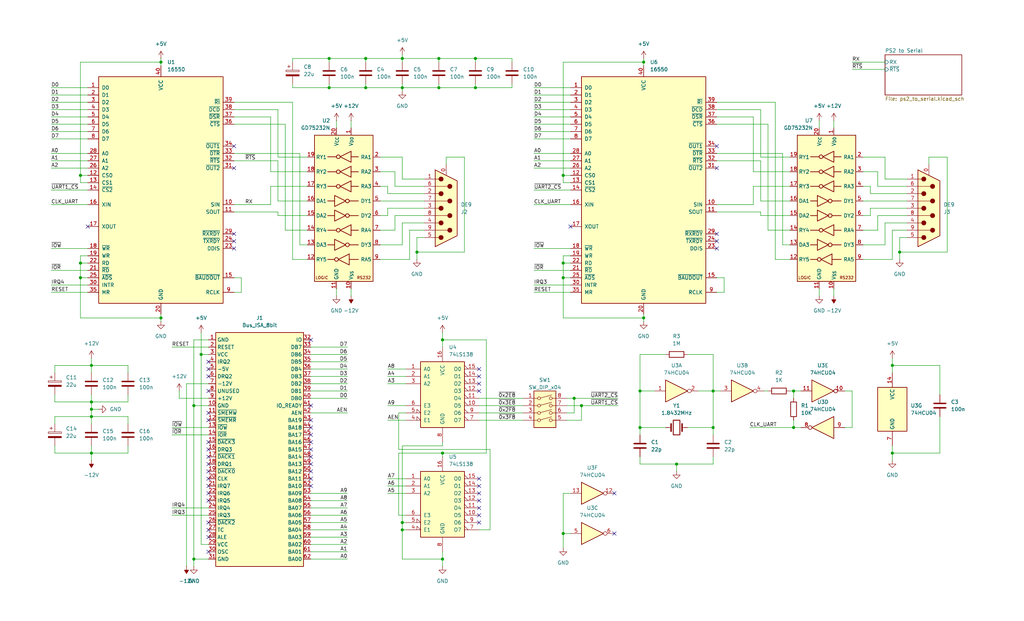
<source format=kicad_sch>
(kicad_sch (version 20231120) (generator "eeschema") (generator_version "8.0")
  (paper "USLegal")
  (title_block (title "COMpagne Supernova") (date "2024-08-18") (rev "1") (company "Surreality Labs"))
  (junction (at 152.4 30.48))
  (junction (at 195.58 91.44))
  (junction (at 165.1 30.48))
  (junction (at 127 30.48))
  (junction (at 114.3 20.32))
  (junction (at 223.52 110.49))
  (junction (at 165.1 20.32))
  (junction (at 195.58 96.52))
  (junction (at 144.78 87.63))
  (junction (at 247.65 148.59))
  (junction (at 31.75 157.48))
  (junction (at 127 20.32))
  (junction (at 153.67 194.31))
  (junction (at 234.95 161.29))
  (junction (at 27.94 96.52))
  (junction (at 31.75 142.24))
  (junction (at 275.59 135.89))
  (junction (at 27.94 60.96))
  (junction (at 55.88 110.49))
  (junction (at 27.94 91.44))
  (junction (at 195.58 60.96))
  (junction (at 309.88 127))
  (junction (at 139.7 184.15))
  (junction (at 201.93 140.97))
  (junction (at 247.65 135.89))
  (junction (at 31.75 144.78))
  (junction (at 275.59 148.59))
  (junction (at 153.67 157.48))
  (junction (at 223.52 21.59))
  (junction (at 55.88 21.59))
  (junction (at 139.7 20.32))
  (junction (at 222.25 135.89))
  (junction (at 114.3 30.48))
  (junction (at 222.25 148.59))
  (junction (at 199.39 138.43))
  (junction (at 67.31 140.97))
  (junction (at 67.31 194.31))
  (junction (at 153.67 118.11))
  (junction (at 31.75 127))
  (junction (at 309.88 157.48))
  (junction (at 31.75 139.7))
  (junction (at 139.7 181.61))
  (junction (at 139.7 30.48))
  (junction (at 152.4 20.32))
  (junction (at 312.42 87.63))
  (junction (at 69.85 123.19))
  (junction (at 195.58 185.42))
  (no_connect (at 248.92 81.28))
  (no_connect (at 248.92 83.82))
  (no_connect (at 72.39 153.67))
  (no_connect (at 107.95 158.75))
  (no_connect (at 166.37 176.53))
  (no_connect (at 81.28 81.28))
  (no_connect (at 72.39 143.51))
  (no_connect (at 72.39 184.15))
  (no_connect (at 198.12 78.74))
  (no_connect (at 72.39 191.77))
  (no_connect (at 166.37 135.89))
  (no_connect (at 81.28 83.82))
  (no_connect (at 72.39 168.91))
  (no_connect (at 72.39 161.29))
  (no_connect (at 107.95 140.97))
  (no_connect (at 72.39 128.27))
  (no_connect (at 166.37 133.35))
  (no_connect (at 107.95 118.11))
  (no_connect (at 166.37 128.27))
  (no_connect (at 166.37 173.99))
  (no_connect (at 72.39 163.83))
  (no_connect (at 107.95 168.91))
  (no_connect (at 166.37 166.37))
  (no_connect (at 81.28 58.42))
  (no_connect (at 72.39 125.73))
  (no_connect (at 166.37 130.81))
  (no_connect (at 72.39 166.37))
  (no_connect (at 166.37 171.45))
  (no_connect (at 72.39 186.69))
  (no_connect (at 213.36 171.45))
  (no_connect (at 72.39 135.89))
  (no_connect (at 30.48 78.74))
  (no_connect (at 248.92 50.8))
  (no_connect (at 72.39 181.61))
  (no_connect (at 107.95 148.59))
  (no_connect (at 166.37 179.07))
  (no_connect (at 107.95 153.67))
  (no_connect (at 81.28 50.8))
  (no_connect (at 107.95 166.37))
  (no_connect (at 166.37 181.61))
  (no_connect (at 248.92 58.42))
  (no_connect (at 107.95 146.05))
  (no_connect (at 107.95 156.21))
  (no_connect (at 213.36 185.42))
  (no_connect (at 72.39 158.75))
  (no_connect (at 72.39 146.05))
  (no_connect (at 107.95 151.13))
  (no_connect (at 72.39 173.99))
  (no_connect (at 107.95 161.29))
  (no_connect (at 107.95 163.83))
  (no_connect (at 81.28 86.36))
  (no_connect (at 72.39 156.21))
  (no_connect (at 72.39 130.81))
  (no_connect (at 248.92 86.36))
  (no_connect (at 166.37 168.91))
  (no_connect (at 72.39 171.45))
  (wire (pts (xy 195.58 96.52) (xy 198.12 96.52)))
  (wire (pts (xy 274.32 59.69) (xy 261.62 59.69)))
  (wire (pts (xy 304.8 74.93) (xy 304.8 80.01)))
  (wire (pts (xy 152.4 30.48) (xy 165.1 30.48)))
  (wire (pts (xy 138.43 157.48) (xy 153.67 157.48)))
  (wire (pts (xy 314.96 77.47) (xy 307.34 77.47)))
  (wire (pts (xy 101.6 20.32) (xy 114.3 20.32)))
  (wire (pts (xy 185.42 93.98) (xy 198.12 93.98)))
  (wire (pts (xy 31.75 127) (xy 44.45 127)))
  (wire (pts (xy 231.14 123.19) (xy 222.25 123.19)))
  (wire (pts (xy 27.94 21.59) (xy 27.94 60.96)))
  (wire (pts (xy 247.65 135.89) (xy 250.19 135.89)))
  (wire (pts (xy 147.32 72.39) (xy 134.62 72.39)))
  (wire (pts (xy 139.7 30.48) (xy 152.4 30.48)))
  (wire (pts (xy 132.08 59.69) (xy 137.16 59.69)))
  (wire (pts (xy 223.52 110.49) (xy 195.58 110.49)))
  (wire (pts (xy 199.39 138.43) (xy 199.39 143.51)))
  (wire (pts (xy 234.95 161.29) (xy 222.25 161.29)))
  (wire (pts (xy 309.88 124.46) (xy 309.88 127)))
  (wire (pts (xy 139.7 181.61) (xy 139.7 184.15)))
  (wire (pts (xy 274.32 85.09) (xy 271.78 85.09)))
  (wire (pts (xy 17.78 38.1) (xy 30.48 38.1)))
  (wire (pts (xy 83.82 96.52) (xy 83.82 101.6)))
  (wire (pts (xy 299.72 90.17) (xy 309.88 90.17)))
  (wire (pts (xy 309.88 154.94) (xy 309.88 157.48)))
  (wire (pts (xy 165.1 20.32) (xy 177.8 20.32)))
  (wire (pts (xy 116.84 41.91) (xy 116.84 44.45)))
  (wire (pts (xy 104.14 85.09) (xy 104.14 53.34)))
  (wire (pts (xy 140.97 143.51) (xy 138.43 143.51)))
  (wire (pts (xy 222.25 148.59) (xy 222.25 135.89)))
  (wire (pts (xy 139.7 20.32) (xy 152.4 20.32)))
  (wire (pts (xy 30.48 63.5) (xy 27.94 63.5)))
  (wire (pts (xy 17.78 40.64) (xy 30.48 40.64)))
  (wire (pts (xy 59.69 179.07) (xy 72.39 179.07)))
  (wire (pts (xy 195.58 91.44) (xy 195.58 88.9)))
  (wire (pts (xy 59.69 120.65) (xy 72.39 120.65)))
  (wire (pts (xy 44.45 154.94) (xy 44.45 157.48)))
  (wire (pts (xy 185.42 53.34) (xy 198.12 53.34)))
  (wire (pts (xy 139.7 77.47) (xy 139.7 85.09)))
  (wire (pts (xy 152.4 20.32) (xy 152.4 21.59)))
  (wire (pts (xy 107.95 171.45) (xy 120.65 171.45)))
  (wire (pts (xy 238.76 148.59) (xy 247.65 148.59)))
  (wire (pts (xy 120.65 133.35) (xy 107.95 133.35)))
  (wire (pts (xy 247.65 123.19) (xy 247.65 135.89)))
  (wire (pts (xy 106.68 54.61) (xy 96.52 54.61)))
  (wire (pts (xy 55.88 109.22) (xy 55.88 110.49)))
  (wire (pts (xy 106.68 69.85) (xy 96.52 69.85)))
  (wire (pts (xy 314.96 82.55) (xy 312.42 82.55)))
  (wire (pts (xy 248.92 73.66) (xy 264.16 73.66)))
  (wire (pts (xy 201.93 140.97) (xy 214.63 140.97)))
  (wire (pts (xy 144.78 87.63) (xy 161.29 87.63)))
  (wire (pts (xy 185.42 66.04) (xy 198.12 66.04)))
  (wire (pts (xy 139.7 194.31) (xy 153.67 194.31)))
  (wire (pts (xy 222.25 148.59) (xy 222.25 151.13)))
  (wire (pts (xy 274.32 135.89) (xy 275.59 135.89)))
  (wire (pts (xy 139.7 30.48) (xy 139.7 31.75)))
  (wire (pts (xy 137.16 59.69) (xy 137.16 64.77)))
  (wire (pts (xy 96.52 69.85) (xy 96.52 55.88)))
  (wire (pts (xy 302.26 72.39) (xy 302.26 74.93)))
  (wire (pts (xy 170.18 156.21) (xy 138.43 156.21)))
  (wire (pts (xy 199.39 138.43) (xy 214.63 138.43)))
  (wire (pts (xy 101.6 21.59) (xy 101.6 20.32)))
  (wire (pts (xy 69.85 189.23) (xy 69.85 123.19)))
  (wire (pts (xy 139.7 181.61) (xy 140.97 181.61)))
  (wire (pts (xy 185.42 35.56) (xy 198.12 35.56)))
  (wire (pts (xy 223.52 110.49) (xy 223.52 111.76)))
  (wire (pts (xy 81.28 53.34) (xy 104.14 53.34)))
  (wire (pts (xy 101.6 30.48) (xy 114.3 30.48)))
  (wire (pts (xy 17.78 58.42) (xy 30.48 58.42)))
  (wire (pts (xy 231.14 148.59) (xy 222.25 148.59)))
  (wire (pts (xy 134.62 133.35) (xy 140.97 133.35)))
  (wire (pts (xy 166.37 146.05) (xy 181.61 146.05)))
  (wire (pts (xy 142.24 80.01) (xy 147.32 80.01)))
  (wire (pts (xy 27.94 91.44) (xy 30.48 91.44)))
  (wire (pts (xy 312.42 82.55) (xy 312.42 87.63)))
  (wire (pts (xy 153.67 194.31) (xy 153.67 196.85)))
  (wire (pts (xy 140.97 179.07) (xy 138.43 179.07)))
  (wire (pts (xy 275.59 148.59) (xy 275.59 146.05)))
  (wire (pts (xy 242.57 135.89) (xy 247.65 135.89)))
  (wire (pts (xy 132.08 90.17) (xy 142.24 90.17)))
  (wire (pts (xy 106.68 74.93) (xy 96.52 74.93)))
  (wire (pts (xy 17.78 99.06) (xy 30.48 99.06)))
  (wire (pts (xy 134.62 128.27) (xy 140.97 128.27)))
  (wire (pts (xy 223.52 20.32) (xy 223.52 21.59)))
  (wire (pts (xy 223.52 109.22) (xy 223.52 110.49)))
  (wire (pts (xy 247.65 148.59) (xy 247.65 135.89)))
  (wire (pts (xy 120.65 123.19) (xy 107.95 123.19)))
  (wire (pts (xy 185.42 33.02) (xy 198.12 33.02)))
  (wire (pts (xy 106.68 90.17) (xy 101.6 90.17)))
  (wire (pts (xy 295.91 24.13) (xy 307.34 24.13)))
  (wire (pts (xy 134.62 72.39) (xy 134.62 74.93)))
  (wire (pts (xy 223.52 21.59) (xy 195.58 21.59)))
  (wire (pts (xy 144.78 87.63) (xy 144.78 90.17)))
  (wire (pts (xy 17.78 101.6) (xy 30.48 101.6)))
  (wire (pts (xy 326.39 157.48) (xy 326.39 144.78)))
  (wire (pts (xy 153.67 115.57) (xy 153.67 118.11)))
  (wire (pts (xy 17.78 48.26) (xy 30.48 48.26)))
  (wire (pts (xy 101.6 29.21) (xy 101.6 30.48)))
  (wire (pts (xy 166.37 143.51) (xy 181.61 143.51)))
  (wire (pts (xy 31.75 144.78) (xy 31.75 147.32)))
  (wire (pts (xy 17.78 33.02) (xy 30.48 33.02)))
  (wire (pts (xy 234.95 161.29) (xy 247.65 161.29)))
  (wire (pts (xy 153.67 158.75) (xy 153.67 157.48)))
  (wire (pts (xy 27.94 96.52) (xy 30.48 96.52)))
  (wire (pts (xy 328.93 87.63) (xy 328.93 54.61)))
  (wire (pts (xy 309.88 80.01) (xy 314.96 80.01)))
  (wire (pts (xy 185.42 43.18) (xy 198.12 43.18)))
  (wire (pts (xy 134.62 146.05) (xy 140.97 146.05)))
  (wire (pts (xy 147.32 74.93) (xy 137.16 74.93)))
  (wire (pts (xy 264.16 69.85) (xy 264.16 55.88)))
  (wire (pts (xy 127 20.32) (xy 139.7 20.32)))
  (wire (pts (xy 17.78 66.04) (xy 30.48 66.04)))
  (wire (pts (xy 72.39 118.11) (xy 67.31 118.11)))
  (wire (pts (xy 107.95 179.07) (xy 120.65 179.07)))
  (wire (pts (xy 127 20.32) (xy 127 21.59)))
  (wire (pts (xy 195.58 91.44) (xy 198.12 91.44)))
  (wire (pts (xy 19.05 139.7) (xy 31.75 139.7)))
  (wire (pts (xy 116.84 100.33) (xy 116.84 102.87)))
  (wire (pts (xy 185.42 40.64) (xy 198.12 40.64)))
  (wire (pts (xy 154.94 54.61) (xy 154.94 57.15)))
  (wire (pts (xy 107.95 186.69) (xy 120.65 186.69)))
  (wire (pts (xy 17.78 35.56) (xy 30.48 35.56)))
  (wire (pts (xy 101.6 90.17) (xy 101.6 35.56)))
  (wire (pts (xy 134.62 67.31) (xy 134.62 64.77)))
  (wire (pts (xy 312.42 87.63) (xy 312.42 90.17)))
  (wire (pts (xy 314.96 67.31) (xy 302.26 67.31)))
  (wire (pts (xy 44.45 137.16) (xy 44.45 139.7)))
  (wire (pts (xy 289.56 100.33) (xy 289.56 102.87)))
  (wire (pts (xy 147.32 82.55) (xy 144.78 82.55)))
  (wire (pts (xy 31.75 144.78) (xy 44.45 144.78)))
  (wire (pts (xy 121.92 41.91) (xy 121.92 44.45)))
  (wire (pts (xy 269.24 90.17) (xy 269.24 35.56)))
  (wire (pts (xy 295.91 148.59) (xy 293.37 148.59)))
  (wire (pts (xy 274.32 90.17) (xy 269.24 90.17)))
  (wire (pts (xy 295.91 21.59) (xy 307.34 21.59)))
  (wire (pts (xy 142.24 90.17) (xy 142.24 80.01)))
  (wire (pts (xy 198.12 171.45) (xy 195.58 171.45)))
  (wire (pts (xy 199.39 143.51) (xy 196.85 143.51)))
  (wire (pts (xy 185.42 55.88) (xy 198.12 55.88)))
  (wire (pts (xy 17.78 86.36) (xy 30.48 86.36)))
  (wire (pts (xy 195.58 60.96) (xy 198.12 60.96)))
  (wire (pts (xy 153.67 153.67) (xy 153.67 154.94)))
  (wire (pts (xy 166.37 138.43) (xy 181.61 138.43)))
  (wire (pts (xy 107.95 143.51) (xy 120.65 143.51)))
  (wire (pts (xy 44.45 127) (xy 44.45 129.54)))
  (wire (pts (xy 251.46 101.6) (xy 248.92 101.6)))
  (wire (pts (xy 274.32 69.85) (xy 264.16 69.85)))
  (wire (pts (xy 120.65 135.89) (xy 107.95 135.89)))
  (wire (pts (xy 147.32 62.23) (xy 139.7 62.23)))
  (wire (pts (xy 275.59 135.89) (xy 278.13 135.89)))
  (wire (pts (xy 314.96 62.23) (xy 307.34 62.23)))
  (wire (pts (xy 62.23 135.89) (xy 62.23 138.43)))
  (wire (pts (xy 134.62 168.91) (xy 140.97 168.91)))
  (wire (pts (xy 93.98 64.77) (xy 93.98 71.12)))
  (wire (pts (xy 289.56 41.91) (xy 289.56 44.45)))
  (wire (pts (xy 134.62 140.97) (xy 140.97 140.97)))
  (wire (pts (xy 67.31 140.97) (xy 72.39 140.97)))
  (wire (pts (xy 274.32 54.61) (xy 264.16 54.61)))
  (wire (pts (xy 139.7 184.15) (xy 140.97 184.15)))
  (wire (pts (xy 101.6 35.56) (xy 81.28 35.56)))
  (wire (pts (xy 19.05 137.16) (xy 19.05 139.7)))
  (wire (pts (xy 121.92 100.33) (xy 121.92 102.87)))
  (wire (pts (xy 19.05 129.54) (xy 19.05 127)))
  (wire (pts (xy 55.88 21.59) (xy 27.94 21.59)))
  (wire (pts (xy 266.7 80.01) (xy 266.7 43.18)))
  (wire (pts (xy 269.24 35.56) (xy 248.92 35.56)))
  (wire (pts (xy 96.52 38.1) (xy 81.28 38.1)))
  (wire (pts (xy 107.95 184.15) (xy 120.65 184.15)))
  (wire (pts (xy 81.28 96.52) (xy 83.82 96.52)))
  (wire (pts (xy 195.58 88.9) (xy 198.12 88.9)))
  (wire (pts (xy 127 29.21) (xy 127 30.48)))
  (wire (pts (xy 139.7 54.61) (xy 132.08 54.61)))
  (wire (pts (xy 139.7 29.21) (xy 139.7 30.48)))
  (wire (pts (xy 278.13 148.59) (xy 275.59 148.59)))
  (wire (pts (xy 114.3 30.48) (xy 127 30.48)))
  (wire (pts (xy 93.98 71.12) (xy 81.28 71.12)))
  (wire (pts (xy 185.42 99.06) (xy 198.12 99.06)))
  (wire (pts (xy 261.62 64.77) (xy 261.62 71.12)))
  (wire (pts (xy 309.88 127) (xy 326.39 127)))
  (wire (pts (xy 107.95 176.53) (xy 120.65 176.53)))
  (wire (pts (xy 31.75 142.24) (xy 34.29 142.24)))
  (wire (pts (xy 185.42 71.12) (xy 198.12 71.12)))
  (wire (pts (xy 195.58 185.42) (xy 198.12 185.42)))
  (wire (pts (xy 106.68 59.69) (xy 93.98 59.69)))
  (wire (pts (xy 139.7 62.23) (xy 139.7 54.61)))
  (wire (pts (xy 284.48 41.91) (xy 284.48 44.45)))
  (wire (pts (xy 299.72 69.85) (xy 314.96 69.85)))
  (wire (pts (xy 264.16 55.88) (xy 248.92 55.88)))
  (wire (pts (xy 185.42 45.72) (xy 198.12 45.72)))
  (wire (pts (xy 127 30.48) (xy 139.7 30.48)))
  (wire (pts (xy 196.85 138.43) (xy 199.39 138.43)))
  (wire (pts (xy 59.69 151.13) (xy 72.39 151.13)))
  (wire (pts (xy 309.88 157.48) (xy 309.88 160.02)))
  (wire (pts (xy 67.31 140.97) (xy 67.31 194.31)))
  (wire (pts (xy 120.65 128.27) (xy 107.95 128.27)))
  (wire (pts (xy 144.78 82.55) (xy 144.78 87.63)))
  (wire (pts (xy 264.16 74.93) (xy 264.16 73.66)))
  (wire (pts (xy 185.42 48.26) (xy 198.12 48.26)))
  (wire (pts (xy 27.94 96.52) (xy 27.94 91.44)))
  (wire (pts (xy 27.94 63.5) (xy 27.94 60.96)))
  (wire (pts (xy 307.34 77.47) (xy 307.34 85.09)))
  (wire (pts (xy 134.62 171.45) (xy 140.97 171.45)))
  (wire (pts (xy 67.31 194.31) (xy 72.39 194.31)))
  (wire (pts (xy 106.68 85.09) (xy 104.14 85.09)))
  (wire (pts (xy 64.77 133.35) (xy 64.77 196.85)))
  (wire (pts (xy 185.42 58.42) (xy 198.12 58.42)))
  (wire (pts (xy 72.39 189.23) (xy 69.85 189.23)))
  (wire (pts (xy 312.42 87.63) (xy 328.93 87.63)))
  (wire (pts (xy 328.93 54.61) (xy 322.58 54.61)))
  (wire (pts (xy 17.78 53.34) (xy 30.48 53.34)))
  (wire (pts (xy 31.75 157.48) (xy 44.45 157.48)))
  (wire (pts (xy 166.37 184.15) (xy 170.18 184.15)))
  (wire (pts (xy 161.29 87.63) (xy 161.29 54.61)))
  (wire (pts (xy 17.78 93.98) (xy 30.48 93.98)))
  (wire (pts (xy 114.3 29.21) (xy 114.3 30.48)))
  (wire (pts (xy 166.37 140.97) (xy 181.61 140.97)))
  (wire (pts (xy 196.85 140.97) (xy 201.93 140.97)))
  (wire (pts (xy 185.42 86.36) (xy 198.12 86.36)))
  (wire (pts (xy 304.8 80.01) (xy 299.72 80.01)))
  (wire (pts (xy 284.48 100.33) (xy 284.48 102.87)))
  (wire (pts (xy 138.43 143.51) (xy 138.43 156.21)))
  (wire (pts (xy 261.62 71.12) (xy 248.92 71.12)))
  (wire (pts (xy 114.3 20.32) (xy 114.3 21.59)))
  (wire (pts (xy 134.62 64.77) (xy 132.08 64.77)))
  (wire (pts (xy 67.31 118.11) (xy 67.31 140.97)))
  (wire (pts (xy 260.35 148.59) (xy 275.59 148.59)))
  (wire (pts (xy 83.82 101.6) (xy 81.28 101.6)))
  (wire (pts (xy 93.98 40.64) (xy 93.98 59.69)))
  (wire (pts (xy 19.05 147.32) (xy 19.05 144.78)))
  (wire (pts (xy 147.32 77.47) (xy 139.7 77.47)))
  (wire (pts (xy 307.34 85.09) (xy 299.72 85.09)))
  (wire (pts (xy 31.75 139.7) (xy 44.45 139.7)))
  (wire (pts (xy 195.58 96.52) (xy 195.58 91.44)))
  (wire (pts (xy 185.42 30.48) (xy 198.12 30.48)))
  (wire (pts (xy 132.08 69.85) (xy 147.32 69.85)))
  (wire (pts (xy 195.58 185.42) (xy 195.58 190.5)))
  (wire (pts (xy 137.16 80.01) (xy 132.08 80.01)))
  (wire (pts (xy 137.16 64.77) (xy 147.32 64.77)))
  (wire (pts (xy 177.8 30.48) (xy 177.8 29.21)))
  (wire (pts (xy 265.43 135.89) (xy 266.7 135.89)))
  (wire (pts (xy 322.58 54.61) (xy 322.58 57.15)))
  (wire (pts (xy 120.65 120.65) (xy 107.95 120.65)))
  (wire (pts (xy 17.78 71.12) (xy 30.48 71.12)))
  (wire (pts (xy 198.12 63.5) (xy 195.58 63.5)))
  (wire (pts (xy 55.88 110.49) (xy 55.88 111.76)))
  (wire (pts (xy 81.28 73.66) (xy 96.52 73.66)))
  (wire (pts (xy 27.94 88.9) (xy 30.48 88.9)))
  (wire (pts (xy 31.75 127) (xy 31.75 129.54)))
  (wire (pts (xy 314.96 72.39) (xy 302.26 72.39)))
  (wire (pts (xy 293.37 135.89) (xy 295.91 135.89)))
  (wire (pts (xy 168.91 118.11) (xy 153.67 118.11)))
  (wire (pts (xy 326.39 127) (xy 326.39 137.16)))
  (wire (pts (xy 170.18 184.15) (xy 170.18 156.21)))
  (wire (pts (xy 309.88 90.17) (xy 309.88 80.01)))
  (wire (pts (xy 147.32 67.31) (xy 134.62 67.31)))
  (wire (pts (xy 31.75 139.7) (xy 31.75 142.24)))
  (wire (pts (xy 275.59 135.89) (xy 275.59 138.43)))
  (wire (pts (xy 271.78 85.09) (xy 271.78 53.34)))
  (wire (pts (xy 195.58 171.45) (xy 195.58 185.42)))
  (wire (pts (xy 223.52 21.59) (xy 223.52 22.86)))
  (wire (pts (xy 248.92 40.64) (xy 261.62 40.64)))
  (wire (pts (xy 96.52 55.88) (xy 81.28 55.88)))
  (wire (pts (xy 153.67 118.11) (xy 153.67 120.65)))
  (wire (pts (xy 309.88 127) (xy 309.88 129.54)))
  (wire (pts (xy 19.05 144.78) (xy 31.75 144.78)))
  (wire (pts (xy 31.75 142.24) (xy 31.75 144.78)))
  (wire (pts (xy 19.05 157.48) (xy 31.75 157.48)))
  (wire (pts (xy 153.67 154.94) (xy 139.7 154.94)))
  (wire (pts (xy 165.1 29.21) (xy 165.1 30.48)))
  (wire (pts (xy 165.1 30.48) (xy 177.8 30.48)))
  (wire (pts (xy 139.7 20.32) (xy 139.7 21.59)))
  (wire (pts (xy 99.06 80.01) (xy 99.06 43.18)))
  (wire (pts (xy 114.3 20.32) (xy 127 20.32)))
  (wire (pts (xy 31.75 154.94) (xy 31.75 157.48)))
  (wire (pts (xy 161.29 54.61) (xy 154.94 54.61)))
  (wire (pts (xy 274.32 80.01) (xy 266.7 80.01)))
  (wire (pts (xy 96.52 54.61) (xy 96.52 38.1)))
  (wire (pts (xy 120.65 194.31) (xy 107.95 194.31)))
  (wire (pts (xy 139.7 19.05) (xy 139.7 20.32)))
  (wire (pts (xy 106.68 80.01) (xy 99.06 80.01)))
  (wire (pts (xy 55.88 20.32) (xy 55.88 21.59)))
  (wire (pts (xy 19.05 127) (xy 31.75 127)))
  (wire (pts (xy 251.46 96.52) (xy 251.46 101.6)))
  (wire (pts (xy 120.65 189.23) (xy 107.95 189.23)))
  (wire (pts (xy 264.16 54.61) (xy 264.16 38.1)))
  (wire (pts (xy 69.85 115.57) (xy 69.85 123.19)))
  (wire (pts (xy 248.92 53.34) (xy 271.78 53.34)))
  (wire (pts (xy 55.88 21.59) (xy 55.88 22.86)))
  (wire (pts (xy 222.25 123.19) (xy 222.25 135.89)))
  (wire (pts (xy 153.67 157.48) (xy 168.91 157.48)))
  (wire (pts (xy 266.7 43.18) (xy 248.92 43.18)))
  (wire (pts (xy 139.7 184.15) (xy 139.7 194.31)))
  (wire (pts (xy 99.06 43.18) (xy 81.28 43.18)))
  (wire (pts (xy 152.4 20.32) (xy 165.1 20.32)))
  (wire (pts (xy 81.28 40.64) (xy 93.98 40.64)))
  (wire (pts (xy 307.34 54.61) (xy 299.72 54.61)))
  (wire (pts (xy 17.78 45.72) (xy 30.48 45.72)))
  (wire (pts (xy 274.32 64.77) (xy 261.62 64.77)))
  (wire (pts (xy 31.75 137.16) (xy 31.75 139.7)))
  (wire (pts (xy 307.34 62.23) (xy 307.34 54.61)))
  (wire (pts (xy 247.65 148.59) (xy 247.65 151.13)))
  (wire (pts (xy 17.78 43.18) (xy 30.48 43.18)))
  (wire (pts (xy 248.92 96.52) (xy 251.46 96.52)))
  (wire (pts (xy 19.05 154.94) (xy 19.05 157.48)))
  (wire (pts (xy 201.93 146.05) (xy 196.85 146.05)))
  (wire (pts (xy 195.58 21.59) (xy 195.58 60.96)))
  (wire (pts (xy 185.42 38.1) (xy 198.12 38.1)))
  (wire (pts (xy 31.75 124.46) (xy 31.75 127)))
  (wire (pts (xy 137.16 74.93) (xy 137.16 80.01)))
  (wire (pts (xy 120.65 191.77) (xy 107.95 191.77)))
  (wire (pts (xy 247.65 161.29) (xy 247.65 158.75)))
  (wire (pts (xy 168.91 157.48) (xy 168.91 118.11)))
  (wire (pts (xy 304.8 59.69) (xy 304.8 64.77)))
  (wire (pts (xy 185.42 101.6) (xy 198.12 101.6)))
  (wire (pts (xy 134.62 166.37) (xy 140.97 166.37)))
  (wire (pts (xy 120.65 125.73) (xy 107.95 125.73)))
  (wire (pts (xy 134.62 74.93) (xy 132.08 74.93)))
  (wire (pts (xy 153.67 194.31) (xy 153.67 191.77)))
  (wire (pts (xy 152.4 30.48) (xy 152.4 29.21)))
  (wire (pts (xy 238.76 123.19) (xy 247.65 123.19)))
  (wire (pts (xy 67.31 194.31) (xy 67.31 196.85)))
  (wire (pts (xy 302.26 64.77) (xy 299.72 64.77)))
  (wire (pts (xy 314.96 74.93) (xy 304.8 74.93)))
  (wire (pts (xy 72.39 138.43) (xy 62.23 138.43)))
  (wire (pts (xy 27.94 60.96) (xy 30.48 60.96)))
  (wire (pts (xy 31.75 157.48) (xy 31.75 160.02)))
  (wire (pts (xy 274.32 74.93) (xy 264.16 74.93)))
  (wire (pts (xy 139.7 154.94) (xy 139.7 181.61)))
  (wire (pts (xy 195.58 63.5) (xy 195.58 60.96)))
  (wire (pts (xy 165.1 20.32) (xy 165.1 21.59)))
  (wire (pts (xy 55.88 110.49) (xy 27.94 110.49)))
  (wire (pts (xy 222.25 135.89) (xy 227.33 135.89)))
  (wire (pts (xy 17.78 55.88) (xy 30.48 55.88)))
  (wire (pts (xy 201.93 140.97) (xy 201.93 146.05)))
  (wire (pts (xy 107.95 173.99) (xy 120.65 173.99)))
  (wire (pts (xy 106.68 64.77) (xy 93.98 64.77)))
  (wire (pts (xy 59.69 148.59) (xy 72.39 148.59)))
  (wire (pts (xy 304.8 64.77) (xy 314.96 64.77)))
  (wire (pts (xy 177.8 20.32) (xy 177.8 21.59)))
  (wire (pts (xy 134.62 130.81) (xy 140.97 130.81)))
  (wire (pts (xy 120.65 130.81) (xy 107.95 130.81)))
  (wire (pts (xy 107.95 181.61) (xy 120.65 181.61)))
  (wire (pts (xy 17.78 30.48) (xy 30.48 30.48)))
  (wire (pts (xy 295.91 135.89) (xy 295.91 148.59)))
  (wire (pts (xy 264.16 38.1) (xy 248.92 38.1)))
  (wire (pts (xy 302.26 67.31) (xy 302.26 64.77)))
  (wire (pts (xy 69.85 123.19) (xy 72.39 123.19)))
  (wire (pts (xy 195.58 110.49) (xy 195.58 96.52)))
  (wire (pts (xy 72.39 133.35) (xy 64.77 133.35)))
  (wire (pts (xy 44.45 144.78) (xy 44.45 147.32)))
  (wire (pts (xy 120.65 138.43) (xy 107.95 138.43)))
  (wire (pts (xy 59.69 176.53) (xy 72.39 176.53)))
  (wire (pts (xy 27.94 110.49) (xy 27.94 96.52)))
  (wire (pts (xy 138.43 179.07) (xy 138.43 157.48)))
  (wire (pts (xy 139.7 85.09) (xy 132.08 85.09)))
  (wire (pts (xy 27.94 91.44) (xy 27.94 88.9)))
  (wire (pts (xy 302.26 74.93) (xy 299.72 74.93)))
  (wire (pts (xy 299.72 59.69) (xy 304.8 59.69)))
  (wire (pts (xy 234.95 163.83) (xy 234.95 161.29)))
  (wire (pts (xy 261.62 40.64) (xy 261.62 59.69)))
  (wire (pts (xy 222.25 161.29) (xy 222.25 158.75)))
  (wire (pts (xy 96.52 74.93) (xy 96.52 73.66)))
  (wire (pts (xy 309.88 157.48) (xy 326.39 157.48)))
  (label "A6" (at 120.65 179.07 180))
  (label "CLK_UART" (at 185.42 71.12 0))
  (label "D0" (at 17.78 30.48 0))
  (label "~{IOR}" (at 59.69 151.13 0))
  (label "D7" (at 17.78 48.26 0))
  (label "~{IOW}" (at 17.78 86.36 0))
  (label "RESET" (at 17.78 101.6 0))
  (label "D3" (at 17.78 38.1 0))
  (label "RESET" (at 59.69 120.65 0))
  (label "~{RTS}" (at 85.09 55.88 0))
  (label "A5" (at 120.65 181.61 180))
  (label "D4" (at 185.42 40.64 0))
  (label "RX" (at 85.09 71.12 0))
  (label "D2" (at 17.78 35.56 0))
  (label "A6" (at 134.62 168.91 0))
  (label "D6" (at 185.42 45.72 0))
  (label "~{IOR}" (at 17.78 93.98 0))
  (label "A3" (at 134.62 133.35 0))
  (label "~{0x2E8}" (at 179.07 138.43 180))
  (label "~{UART2_CS}" (at 214.63 138.43 180))
  (label "RX" (at 295.91 21.59 0))
  (label "A3" (at 120.65 186.69 180))
  (label "A8" (at 120.65 173.99 180))
  (label "A9" (at 120.65 171.45 180))
  (label "A7" (at 134.62 166.37 0))
  (label "A0" (at 185.42 53.34 0))
  (label "CLK_UART" (at 17.78 71.12 0))
  (label "D0" (at 120.65 138.43 180))
  (label "A1" (at 120.65 191.77 180))
  (label "~{0x2F8}" (at 179.07 143.51 180))
  (label "D7" (at 185.42 48.26 0))
  (label "~{UART1_CS}" (at 214.63 140.97 180))
  (label "A5" (at 134.62 171.45 0))
  (label "~{0x3F8}" (at 179.07 146.05 180))
  (label "IRQ3" (at 185.42 99.06 0))
  (label "D1" (at 17.78 33.02 0))
  (label "~{IOR}" (at 185.42 93.98 0))
  (label "~{RTS}" (at 295.91 24.13 0))
  (label "CLK_UART" (at 260.35 148.59 0))
  (label "D3" (at 120.65 130.81 180))
  (label "D3" (at 185.42 38.1 0))
  (label "AEN" (at 120.65 143.51 180))
  (label "A2" (at 120.65 189.23 180))
  (label "A2" (at 17.78 58.42 0))
  (label "A2" (at 185.42 58.42 0))
  (label "~{0x3E8}" (at 179.07 140.97 180))
  (label "D5" (at 120.65 125.73 180))
  (label "D1" (at 120.65 135.89 180))
  (label "RESET" (at 185.42 101.6 0))
  (label "~{IOW}" (at 59.69 148.59 0))
  (label "D4" (at 120.65 128.27 180))
  (label "D5" (at 185.42 43.18 0))
  (label "D6" (at 120.65 123.19 180))
  (label "D2" (at 120.65 133.35 180))
  (label "D7" (at 120.65 120.65 180))
  (label "D0" (at 185.42 30.48 0))
  (label "A4" (at 134.62 130.81 0))
  (label "A0" (at 120.65 194.31 180))
  (label "IRQ4" (at 17.78 99.06 0))
  (label "D5" (at 17.78 43.18 0))
  (label "A4" (at 120.65 184.15 180))
  (label "D4" (at 17.78 40.64 0))
  (label "A9" (at 134.62 140.97 0))
  (label "A1" (at 185.42 55.88 0))
  (label "~{IOW}" (at 185.42 86.36 0))
  (label "D2" (at 185.42 35.56 0))
  (label "D6" (at 17.78 45.72 0))
  (label "IRQ3" (at 59.69 179.07 0))
  (label "A0" (at 17.78 53.34 0))
  (label "IRQ4" (at 59.69 176.53 0))
  (label "AEN" (at 134.62 146.05 0))
  (label "D1" (at 185.42 33.02 0))
  (label "A7" (at 120.65 176.53 180))
  (label "A1" (at 17.78 55.88 0))
  (label "~{UART2_CS}" (at 185.42 66.04 0))
  (label "A8" (at 134.62 128.27 0))
  (label "~{UART1_CS}" (at 17.78 66.04 0))
  (symbol (lib_id "power:-12V") (at 121.92 102.87 180) (unit 1)
    (property "Reference" "#PWR05" (effects (hide yes)))
    (property "Value" "-12V" (at 121.92 107.95 0))
    (property "Description" "Power symbol creates a global label with name \"-12V\"" (effects (hide yes)))
  )
  (symbol (lib_id "power:GND") (at 234.95 163.83 0) (unit 1)
    (property "Reference" "#PWR01" (effects (hide yes)))
    (property "Value" "GND" (at 234.95 168.91 0))
    (property "Description" "Power symbol creates a global label with name \"GND\" , ground" (effects (hide yes)))
  )
  (symbol (lib_id "power:GND") (at 67.31 196.85 0) (unit 1)
    (property "Reference" "#PWR013" (effects (hide yes)))
    (property "Value" "GND" (at 67.31 201.93 0))
    (property "Description" "Power symbol creates a global label with name \"GND\" , ground" (effects (hide yes)))
  )
  (symbol (lib_id "74xx:74HC04") (at 205.74 171.45 0) (unit 6)
    (property "Reference" "U3" (at 205.74 162.56 0))
    (property "Value" "74HCU04" (at 205.74 165.1 0))
    (property "Footprint" "Package_SO:SO-14_3.9x8.65mm_P1.27mm" (effects (hide yes)))
    (property "Datasheet" "https://assets.nexperia.com/documents/data-sheet/74HC_HCT04.pdf" (effects (hide yes)))
    (property "Description" "Hex Inverter" (effects (hide yes)))
  )
  (symbol (lib_id "74xx:74HC04") (at 285.75 148.59 0) (mirror y) (unit 4)
    (property "Reference" "U3" (at 285.75 139.7 0))
    (property "Value" "74HCU04" (at 285.75 142.24 0))
    (property "Footprint" "Package_SO:SO-14_3.9x8.65mm_P1.27mm" (effects (hide yes)))
    (property "Datasheet" "https://assets.nexperia.com/documents/data-sheet/74HC_HCT04.pdf" (effects (hide yes)))
    (property "Description" "Hex Inverter" (effects (hide yes)))
  )
  (symbol (lib_id "Device:C") (at 31.75 151.13 0) (unit 1)
    (property "Reference" "C15" (at 35.56 149.8599 0) (effects (justify left)))
    (property "Value" "100n" (at 35.56 152.3999 0) (effects (justify left)))
    (property "Footprint" "Capacitor_SMD:C_0603_1608Metric_Pad1.08x0.95mm_HandSolder" (effects (hide yes)))
    (property "Description" "Unpolarized capacitor" (effects (hide yes)))
  )
  (symbol (lib_id "Device:R") (at 275.59 142.24 0) (unit 1)
    (property "Reference" "R1" (at 278.13 140.9699 0) (effects (justify left)))
    (property "Value" "10K" (at 278.13 143.5099 0) (effects (justify left)))
    (property "Footprint" "Resistor_SMD:R_0603_1608Metric_Pad0.98x0.95mm_HandSolder" (effects (hide yes)))
    (property "Description" "Resistor" (effects (hide yes)))
  )
  (symbol (lib_id "74xx:74LS138") (at 153.67 173.99 0) (unit 1)
    (property "Reference" "U5" (at 155.8641 158.75 0) (effects (justify left)))
    (property "Value" "74LS138" (at 155.8641 161.29 0) (effects (justify left)))
    (property "Footprint" "Package_DIP:DIP-16_W7.62mm" (effects (hide yes)))
    (property "Datasheet" "http://www.ti.com/lit/gpn/sn74LS138" (effects (hide yes)))
    (property "Description" "Decoder 3 to 8 active low outputs" (effects (hide yes)))
  )
  (symbol (lib_id "power:GND") (at 284.48 102.87 0) (unit 1)
    (property "Reference" "#PWR018" (effects (hide yes)))
    (property "Value" "GND" (at 284.48 107.95 0))
    (property "Description" "Power symbol creates a global label with name \"GND\" , ground" (effects (hide yes)))
  )
  (symbol (lib_id "Device:C") (at 177.8 25.4 0) (unit 1)
    (property "Reference" "C10" (at 181.61 24.1299 0) (effects (justify left)))
    (property "Value" "100n" (at 181.61 26.6699 0) (effects (justify left)))
    (property "Footprint" "Capacitor_SMD:C_0603_1608Metric_Pad1.08x0.95mm_HandSolder" (effects (hide yes)))
    (property "Description" "Unpolarized capacitor" (effects (hide yes)))
  )
  (symbol (lib_id "Device:Crystal") (at 234.95 148.59 0) (unit 1)
    (property "Reference" "Y1" (at 234.95 140.97 0))
    (property "Value" "1.8432MHz" (at 234.95 143.51 0))
    (property "Footprint" "Crystal:Crystal_HC49-U_Vertical" (effects (hide yes)))
    (property "Description" "Two pin crystal" (effects (hide yes)))
  )
  (symbol (lib_id "Interface_UART:GD75232N") (at 287.02 72.39 0) (mirror y) (unit 1)
    (property "Reference" "U7" (at 282.2859 41.91 0) (effects (justify left)))
    (property "Value" "GD75232N" (at 282.2859 44.45 0) (effects (justify left)))
    (property "Footprint" "Package_DIP:DIP-20_W7.62mm" (effects (hide yes)))
    (property "Datasheet" "http://www.ti.com/lit/ds/symlink/gd75232.pdf" (effects (hide yes)))
    (property "Description" "Multiple RS-232 Driver and Receiver, DIP-20" (effects (hide yes)))
  )
  (symbol (lib_id "74xx:74HC04") (at 257.81 135.89 0) (unit 2)
    (property "Reference" "U3" (at 257.81 127 0))
    (property "Value" "74HCU04" (at 257.81 129.54 0))
    (property "Footprint" "Package_SO:SO-14_3.9x8.65mm_P1.27mm" (effects (hide yes)))
    (property "Datasheet" "https://assets.nexperia.com/documents/data-sheet/74HC_HCT04.pdf" (effects (hide yes)))
    (property "Description" "Hex Inverter" (effects (hide yes)))
  )
  (symbol (lib_id "power:-12V") (at 31.75 160.02 180) (unit 1)
    (property "Reference" "#PWR028" (effects (hide yes)))
    (property "Value" "-12V" (at 31.75 165.1 0))
    (property "Description" "Power symbol creates a global label with name \"-12V\"" (effects (hide yes)))
  )
  (symbol (lib_id "74xx:74HC04") (at 234.95 135.89 0) (unit 1)
    (property "Reference" "U3" (at 234.95 127 0))
    (property "Value" "74HCU04" (at 234.95 129.54 0))
    (property "Footprint" "Package_SO:SO-14_3.9x8.65mm_P1.27mm" (effects (hide yes)))
    (property "Datasheet" "https://assets.nexperia.com/documents/data-sheet/74HC_HCT04.pdf" (effects (hide yes)))
    (property "Description" "Hex Inverter" (effects (hide yes)))
  )
  (symbol (lib_id "Interface_UART:16550") (at 223.52 66.04 0) (unit 1)
    (property "Reference" "U6" (at 225.7141 21.59 0) (effects (justify left)))
    (property "Value" "16550" (at 225.7141 24.13 0) (effects (justify left)))
    (property "Footprint" "Package_DIP:DIP-40_W15.24mm" (effects (hide yes)))
    (property "Datasheet" "http://www.ti.com/lit/ds/symlink/pc16550d.pdf" (effects (hide yes)))
    (property "Description" "PC16550D, Universal Asynchronous Receiver/Transmitter with FIFOs, PDIP-40" (effects (hide yes)))
  )
  (symbol (lib_id "power:+12V") (at 121.92 41.91 0) (unit 1)
    (property "Reference" "#PWR06" (effects (hide yes)))
    (property "Value" "+12V" (at 121.92 36.83 0))
    (property "Description" "Power symbol creates a global label with name \"+12V\"" (effects (hide yes)))
  )
  (symbol (lib_id "Device:C") (at 326.39 140.97 0) (unit 1)
    (property "Reference" "C3" (at 330.2 139.6999 0) (effects (justify left)))
    (property "Value" "100n" (at 330.2 142.2399 0) (effects (justify left)))
    (property "Footprint" "Capacitor_SMD:C_0603_1608Metric_Pad1.08x0.95mm_HandSolder" (effects (hide yes)))
    (property "Description" "Unpolarized capacitor" (effects (hide yes)))
  )
  (symbol (lib_id "Device:C") (at 114.3 25.4 0) (unit 1)
    (property "Reference" "C6" (at 118.11 24.1299 0) (effects (justify left)))
    (property "Value" "100n" (at 118.11 26.6699 0) (effects (justify left)))
    (property "Footprint" "Capacitor_SMD:C_0603_1608Metric_Pad1.08x0.95mm_HandSolder" (effects (hide yes)))
    (property "Description" "Unpolarized capacitor" (effects (hide yes)))
  )
  (symbol (lib_id "power:+5V") (at 139.7 19.05 0) (unit 1)
    (property "Reference" "#PWR025" (effects (hide yes)))
    (property "Value" "+5V" (at 139.7 13.97 0))
    (property "Description" "Power symbol creates a global label with name \"+5V\"" (effects (hide yes)))
  )
  (symbol (lib_id "power:+5V") (at 284.48 41.91 0) (unit 1)
    (property "Reference" "#PWR017" (effects (hide yes)))
    (property "Value" "+5V" (at 284.48 36.83 0))
    (property "Description" "Power symbol creates a global label with name \"+5V\"" (effects (hide yes)))
  )
  (symbol (lib_id "Device:R") (at 234.95 123.19 90) (unit 1)
    (property "Reference" "R3" (at 234.95 116.84 90))
    (property "Value" "1M" (at 234.95 119.38 90))
    (property "Footprint" "Resistor_SMD:R_0603_1608Metric_Pad0.98x0.95mm_HandSolder" (effects (hide yes)))
    (property "Description" "Resistor" (effects (hide yes)))
  )
  (symbol (lib_id "power:GND") (at 312.42 90.17 0) (unit 1)
    (property "Reference" "#PWR021" (effects (hide yes)))
    (property "Value" "GND" (at 312.42 95.25 0))
    (property "Description" "Power symbol creates a global label with name \"GND\" , ground" (effects (hide yes)))
  )
  (symbol (lib_id "power:GND") (at 34.29 142.24 90) (unit 1)
    (property "Reference" "#PWR029" (effects (hide yes)))
    (property "Value" "GND" (at 38.1 142.2399 90) (effects (justify right)))
    (property "Description" "Power symbol creates a global label with name \"GND\" , ground" (effects (hide yes)))
  )
  (symbol (lib_id "power:+12V") (at 31.75 124.46 0) (unit 1)
    (property "Reference" "#PWR027" (effects (hide yes)))
    (property "Value" "+12V" (at 31.75 119.38 0))
    (property "Description" "Power symbol creates a global label with name \"+12V\"" (effects (hide yes)))
  )
  (symbol (lib_id "power:GND") (at 116.84 102.87 0) (unit 1)
    (property "Reference" "#PWR07" (effects (hide yes)))
    (property "Value" "GND" (at 116.84 107.95 0))
    (property "Description" "Power symbol creates a global label with name \"GND\" , ground" (effects (hide yes)))
  )
  (symbol (lib_id "power:+12V") (at 289.56 41.91 0) (unit 1)
    (property "Reference" "#PWR019" (effects (hide yes)))
    (property "Value" "+12V" (at 289.56 36.83 0))
    (property "Description" "Power symbol creates a global label with name \"+12V\"" (effects (hide yes)))
  )
  (symbol (lib_id "Device:C") (at 31.75 133.35 0) (unit 1)
    (property "Reference" "C12" (at 35.56 132.0799 0) (effects (justify left)))
    (property "Value" "100n" (at 35.56 134.6199 0) (effects (justify left)))
    (property "Footprint" "Capacitor_SMD:C_0603_1608Metric_Pad1.08x0.95mm_HandSolder" (effects (hide yes)))
    (property "Description" "Unpolarized capacitor" (effects (hide yes)))
  )
  (symbol (lib_id "Device:C") (at 127 25.4 0) (unit 1)
    (property "Reference" "C4" (at 130.81 24.1299 0) (effects (justify left)))
    (property "Value" "100n" (at 130.81 26.6699 0) (effects (justify left)))
    (property "Footprint" "Capacitor_SMD:C_0603_1608Metric_Pad1.08x0.95mm_HandSolder" (effects (hide yes)))
    (property "Description" "Unpolarized capacitor" (effects (hide yes)))
  )
  (symbol (lib_id "power:-12V") (at 64.77 196.85 180) (unit 1)
    (property "Reference" "#PWR012" (effects (hide yes)))
    (property "Value" "-12V" (at 64.77 201.93 0))
    (property "Description" "Power symbol creates a global label with name \"-12V\"" (effects (hide yes)))
  )
  (symbol (lib_id "Device:C") (at 44.45 133.35 0) (unit 1)
    (property "Reference" "C13" (at 48.26 132.0799 0) (effects (justify left)))
    (property "Value" "100n" (at 48.26 134.6199 0) (effects (justify left)))
    (property "Footprint" "Capacitor_SMD:C_0603_1608Metric_Pad1.08x0.95mm_HandSolder" (effects (hide yes)))
    (property "Description" "Unpolarized capacitor" (effects (hide yes)))
  )
  (symbol (lib_id "Device:C") (at 165.1 25.4 0) (unit 1)
    (property "Reference" "C9" (at 168.91 24.1299 0) (effects (justify left)))
    (property "Value" "100n" (at 168.91 26.6699 0) (effects (justify left)))
    (property "Footprint" "Capacitor_SMD:C_0603_1608Metric_Pad1.08x0.95mm_HandSolder" (effects (hide yes)))
    (property "Description" "Unpolarized capacitor" (effects (hide yes)))
  )
  (symbol (lib_id "power:+12V") (at 62.23 135.89 0) (unit 1)
    (property "Reference" "#PWR011" (effects (hide yes)))
    (property "Value" "+12V" (at 62.23 130.81 0))
    (property "Description" "Power symbol creates a global label with name \"+12V\"" (effects (hide yes)))
  )
  (symbol (lib_id "power:GND") (at 55.88 111.76 0) (unit 1)
    (property "Reference" "#PWR02" (effects (hide yes)))
    (property "Value" "GND" (at 55.88 116.84 0))
    (property "Description" "Power symbol creates a global label with name \"GND\" , ground" (effects (hide yes)))
  )
  (symbol (lib_id "Interface_UART:GD75232N") (at 119.38 72.39 0) (mirror y) (unit 1)
    (property "Reference" "U2" (at 114.6459 41.91 0) (effects (justify left)))
    (property "Value" "GD75232N" (at 114.6459 44.45 0) (effects (justify left)))
    (property "Footprint" "Package_DIP:DIP-20_W7.62mm" (effects (hide yes)))
    (property "Datasheet" "http://www.ti.com/lit/ds/symlink/gd75232.pdf" (effects (hide yes)))
    (property "Description" "Multiple RS-232 Driver and Receiver, DIP-20" (effects (hide yes)))
  )
  (symbol (lib_id "Connector:Bus_ISA_8bit") (at 90.17 156.21 0) (unit 1)
    (property "Reference" "J1" (at 90.17 110.49 0))
    (property "Value" "Bus_ISA_8bit" (at 90.17 113.03 0))
    (property "Footprint" "pc-parts:BUS_AT_8BIT" (effects (hide yes)))
    (property "Datasheet" "https://en.wikipedia.org/wiki/Industry_Standard_Architecture" (effects (hide yes)))
    (property "Description" "8-bit ISA-PC bus connector" (effects (hide yes)))
  )
  (symbol (lib_id "power:GND") (at 223.52 111.76 0) (unit 1)
    (property "Reference" "#PWR016" (effects (hide yes)))
    (property "Value" "GND" (at 223.52 116.84 0))
    (property "Description" "Power symbol creates a global label with name \"GND\" , ground" (effects (hide yes)))
  )
  (symbol (lib_id "power:+5V") (at 116.84 41.91 0) (unit 1)
    (property "Reference" "#PWR08" (effects (hide yes)))
    (property "Value" "+5V" (at 116.84 36.83 0))
    (property "Description" "Power symbol creates a global label with name \"+5V\"" (effects (hide yes)))
  )
  (symbol (lib_id "power:GND") (at 195.58 190.5 0) (unit 1)
    (property "Reference" "#PWR022" (effects (hide yes)))
    (property "Value" "GND" (at 195.58 195.58 0))
    (property "Description" "Power symbol creates a global label with name \"GND\" , ground" (effects (hide yes)))
  )
  (symbol (lib_id "74xx:74HC04") (at 309.88 142.24 0) (unit 7)
    (property "Reference" "U3" (at 316.23 140.9699 0) (effects (justify left)))
    (property "Value" "74HCU04" (at 316.23 143.5099 0) (effects (justify left)))
    (property "Footprint" "Package_SO:SO-14_3.9x8.65mm_P1.27mm" (effects (hide yes)))
    (property "Datasheet" "https://assets.nexperia.com/documents/data-sheet/74HC_HCT04.pdf" (effects (hide yes)))
    (property "Description" "Hex Inverter" (effects (hide yes)))
  )
  (symbol (lib_id "power:+5V") (at 69.85 115.57 0) (unit 1)
    (property "Reference" "#PWR014" (effects (hide yes)))
    (property "Value" "+5V" (at 69.85 110.49 0))
    (property "Description" "Power symbol creates a global label with name \"+5V\"" (effects (hide yes)))
  )
  (symbol (lib_id "74xx:74HC04") (at 285.75 135.89 0) (unit 5)
    (property "Reference" "U3" (at 285.75 127 0))
    (property "Value" "74HCU04" (at 285.75 129.54 0))
    (property "Footprint" "Package_SO:SO-14_3.9x8.65mm_P1.27mm" (effects (hide yes)))
    (property "Datasheet" "https://assets.nexperia.com/documents/data-sheet/74HC_HCT04.pdf" (effects (hide yes)))
    (property "Description" "Hex Inverter" (effects (hide yes)))
  )
  (symbol (lib_id "power:GND") (at 153.67 196.85 0) (unit 1)
    (property "Reference" "#PWR010" (effects (hide yes)))
    (property "Value" "GND" (at 153.67 201.93 0))
    (property "Description" "Power symbol creates a global label with name \"GND\" , ground" (effects (hide yes)))
  )
  (symbol (lib_id "Device:C") (at 44.45 151.13 0) (unit 1)
    (property "Reference" "C16" (at 48.26 149.8599 0) (effects (justify left)))
    (property "Value" "100n" (at 48.26 152.3999 0) (effects (justify left)))
    (property "Footprint" "Capacitor_SMD:C_0603_1608Metric_Pad1.08x0.95mm_HandSolder" (effects (hide yes)))
    (property "Description" "Unpolarized capacitor" (effects (hide yes)))
  )
  (symbol (lib_id "Device:C_Polarized") (at 101.6 25.4 0) (unit 1)
    (property "Reference" "C8" (at 105.41 23.2409 0) (effects (justify left)))
    (property "Value" "22u" (at 105.41 25.7809 0) (effects (justify left)))
    (property "Footprint" "Capacitor_SMD:CP_Elec_5x5.3" (effects (hide yes)))
    (property "Description" "Polarized capacitor" (effects (hide yes)))
  )
  (symbol (lib_id "Switch:SW_DIP_x04") (at 189.23 143.51 0) (unit 1)
    (property "Reference" "SW1" (at 189.23 132.08 0))
    (property "Value" "SW_DIP_x04" (at 189.23 134.62 0))
    (property "Footprint" "Button_Switch_THT:SW_DIP_SPSTx04_Slide_9.78x12.34mm_W7.62mm_P2.54mm" (effects (hide yes)))
    (property "Description" "4x DIP Switch, Single Pole Single Throw (SPST) switch, small symbol" (effects (hide yes)))
  )
  (symbol (lib_id "Device:C_Polarized") (at 19.05 133.35 0) (unit 1)
    (property "Reference" "C11" (at 22.86 131.1909 0) (effects (justify left)))
    (property "Value" "22u" (at 22.86 133.7309 0) (effects (justify left)))
    (property "Footprint" "Capacitor_SMD:CP_Elec_5x5.3" (effects (hide yes)))
    (property "Description" "Polarized capacitor" (effects (hide yes)))
  )
  (symbol (lib_id "power:GND") (at 309.88 160.02 0) (unit 1)
    (property "Reference" "#PWR023" (effects (hide yes)))
    (property "Value" "GND" (at 309.88 165.1 0))
    (property "Description" "Power symbol creates a global label with name \"GND\" , ground" (effects (hide yes)))
  )
  (symbol (lib_id "power:+5V") (at 153.67 115.57 0) (unit 1)
    (property "Reference" "#PWR09" (effects (hide yes)))
    (property "Value" "+5V" (at 153.67 110.49 0))
    (property "Description" "Power symbol creates a global label with name \"+5V\"" (effects (hide yes)))
  )
  (symbol (lib_id "power:+5V") (at 309.88 124.46 0) (unit 1)
    (property "Reference" "#PWR024" (effects (hide yes)))
    (property "Value" "+5V" (at 309.88 119.38 0))
    (property "Description" "Power symbol creates a global label with name \"+5V\"" (effects (hide yes)))
  )
  (symbol (lib_id "74xx:74HC04") (at 205.74 185.42 0) (unit 3)
    (property "Reference" "U3" (at 205.74 176.53 0))
    (property "Value" "74HCU04" (at 205.74 179.07 0))
    (property "Footprint" "Package_SO:SO-14_3.9x8.65mm_P1.27mm" (effects (hide yes)))
    (property "Datasheet" "https://assets.nexperia.com/documents/data-sheet/74HC_HCT04.pdf" (effects (hide yes)))
    (property "Description" "Hex Inverter" (effects (hide yes)))
  )
  (symbol (lib_id "Connector:DE9_Plug_MountingHoles") (at 154.94 72.39 0) (mirror x) (unit 1)
    (property "Reference" "J2" (at 160.02 73.6601 0) (effects (justify left)))
    (property "Value" "DE9" (at 160.02 71.1201 0) (effects (justify left)))
    (property "Footprint" "Connector_Dsub:DSUB-9_Male_Horizontal_P2.77x2.84mm_EdgePinOffset7.70mm_Housed_MountingHolesOffset9.12mm" (effects (hide yes)))
    (property "Description" "9-pin male plug pin D-SUB connector, Mounting Hole" (effects (hide yes)))
  )
  (symbol (lib_id "Device:C_Polarized") (at 19.05 151.13 0) (unit 1)
    (property "Reference" "C14" (at 22.86 148.9709 0) (effects (justify left)))
    (property "Value" "22u" (at 22.86 151.5109 0) (effects (justify left)))
    (property "Footprint" "Capacitor_SMD:CP_Elec_5x5.3" (effects (hide yes)))
    (property "Description" "Polarized capacitor" (effects (hide yes)))
  )
  (symbol (lib_id "Connector:DE9_Plug_MountingHoles") (at 322.58 72.39 0) (mirror x) (unit 1)
    (property "Reference" "J3" (at 327.66 73.6601 0) (effects (justify left)))
    (property "Value" "DE9" (at 327.66 71.1201 0) (effects (justify left)))
    (property "Footprint" "Connector_Dsub:DSUB-9_Male_Horizontal_P2.77x2.84mm_EdgePinOffset7.70mm_Housed_MountingHolesOffset9.12mm" (effects (hide yes)))
    (property "Description" "9-pin male plug pin D-SUB connector, Mounting Hole" (effects (hide yes)))
  )
  (symbol (lib_id "Device:C") (at 222.25 154.94 0) (unit 1)
    (property "Reference" "C1" (at 226.06 153.6699 0) (effects (justify left)))
    (property "Value" "22p" (at 226.06 156.2099 0) (effects (justify left)))
    (property "Footprint" "Capacitor_SMD:C_0603_1608Metric_Pad1.08x0.95mm_HandSolder" (effects (hide yes)))
    (property "Description" "Unpolarized capacitor" (effects (hide yes)))
  )
  (symbol (lib_id "Device:R") (at 270.51 135.89 90) (unit 1)
    (property "Reference" "R2" (at 270.51 129.54 90))
    (property "Value" "1K" (at 270.51 132.08 90))
    (property "Footprint" "Resistor_SMD:R_0603_1608Metric_Pad0.98x0.95mm_HandSolder" (effects (hide yes)))
    (property "Description" "Resistor" (effects (hide yes)))
  )
  (symbol (lib_id "Interface_UART:16550") (at 55.88 66.04 0) (unit 1)
    (property "Reference" "U1" (at 58.0741 21.59 0) (effects (justify left)))
    (property "Value" "16550" (at 58.0741 24.13 0) (effects (justify left)))
    (property "Footprint" "Package_DIP:DIP-40_W15.24mm" (effects (hide yes)))
    (property "Datasheet" "http://www.ti.com/lit/ds/symlink/pc16550d.pdf" (effects (hide yes)))
    (property "Description" "PC16550D, Universal Asynchronous Receiver/Transmitter with FIFOs, PDIP-40" (effects (hide yes)))
  )
  (symbol (lib_id "power:+5V") (at 55.88 20.32 0) (unit 1)
    (property "Reference" "#PWR03" (effects (hide yes)))
    (property "Value" "+5V" (at 55.88 15.24 0))
    (property "Description" "Power symbol creates a global label with name \"+5V\"" (effects (hide yes)))
  )
  (symbol (lib_id "Device:C") (at 139.7 25.4 0) (unit 1)
    (property "Reference" "C5" (at 143.51 24.1299 0) (effects (justify left)))
    (property "Value" "100n" (at 143.51 26.6699 0) (effects (justify left)))
    (property "Footprint" "Capacitor_SMD:C_0603_1608Metric_Pad1.08x0.95mm_HandSolder" (effects (hide yes)))
    (property "Description" "Unpolarized capacitor" (effects (hide yes)))
  )
  (symbol (lib_id "power:GND") (at 139.7 31.75 0) (unit 1)
    (property "Reference" "#PWR026" (effects (hide yes)))
    (property "Value" "GND" (at 139.7 36.83 0))
    (property "Description" "Power symbol creates a global label with name \"GND\" , ground" (effects (hide yes)))
  )
  (symbol (lib_id "power:GND") (at 144.78 90.17 0) (unit 1)
    (property "Reference" "#PWR04" (effects (hide yes)))
    (property "Value" "GND" (at 144.78 95.25 0))
    (property "Description" "Power symbol creates a global label with name \"GND\" , ground" (effects (hide yes)))
  )
  (symbol (lib_id "power:-12V") (at 289.56 102.87 180) (unit 1)
    (property "Reference" "#PWR020" (effects (hide yes)))
    (property "Value" "-12V" (at 289.56 107.95 0))
    (property "Description" "Power symbol creates a global label with name \"-12V\"" (effects (hide yes)))
  )
  (symbol (lib_id "power:+5V") (at 223.52 20.32 0) (unit 1)
    (property "Reference" "#PWR015" (effects (hide yes)))
    (property "Value" "+5V" (at 223.52 15.24 0))
    (property "Description" "Power symbol creates a global label with name \"+5V\"" (effects (hide yes)))
  )
  (symbol (lib_id "Device:C") (at 152.4 25.4 0) (unit 1)
    (property "Reference" "C7" (at 156.21 24.1299 0) (effects (justify left)))
    (property "Value" "100n" (at 156.21 26.6699 0) (effects (justify left)))
    (property "Footprint" "Capacitor_SMD:C_0603_1608Metric_Pad1.08x0.95mm_HandSolder" (effects (hide yes)))
    (property "Description" "Unpolarized capacitor" (effects (hide yes)))
  )
  (symbol (lib_id "74xx:74LS138") (at 153.67 135.89 0) (unit 1)
    (property "Reference" "U4" (at 155.8641 120.65 0) (effects (justify left)))
    (property "Value" "74LS138" (at 155.8641 123.19 0) (effects (justify left)))
    (property "Footprint" "Package_DIP:DIP-16_W7.62mm" (effects (hide yes)))
    (property "Datasheet" "http://www.ti.com/lit/gpn/sn74LS138" (effects (hide yes)))
    (property "Description" "Decoder 3 to 8 active low outputs" (effects (hide yes)))
  )
  (symbol (lib_id "Device:C") (at 247.65 154.94 0) (unit 1)
    (property "Reference" "C2" (at 251.46 153.6699 0) (effects (justify left)))
    (property "Value" "22p" (at 251.46 156.2099 0) (effects (justify left)))
    (property "Footprint" "Capacitor_SMD:C_0603_1608Metric_Pad1.08x0.95mm_HandSolder" (effects (hide yes)))
    (property "Description" "Unpolarized capacitor" (effects (hide yes)))
  )
  (sheet (at 307.34 19.05) (size 26.67 13.97) (stroke (width 0.1524))
    (property "Sheetname" "PS2 to Serial" (at 307.34 18.3384 0) (effects (justify left bottom)))
    (property "Sheetfile" "ps2_to_serial.kicad_sch" (at 307.34 33.6046 0) (effects (justify left top)))
    (pin "RX" input (at 307.34 21.59 180))
    (pin "~{RTS}" input (at 307.34 24.13 180))
  )
)
</source>
